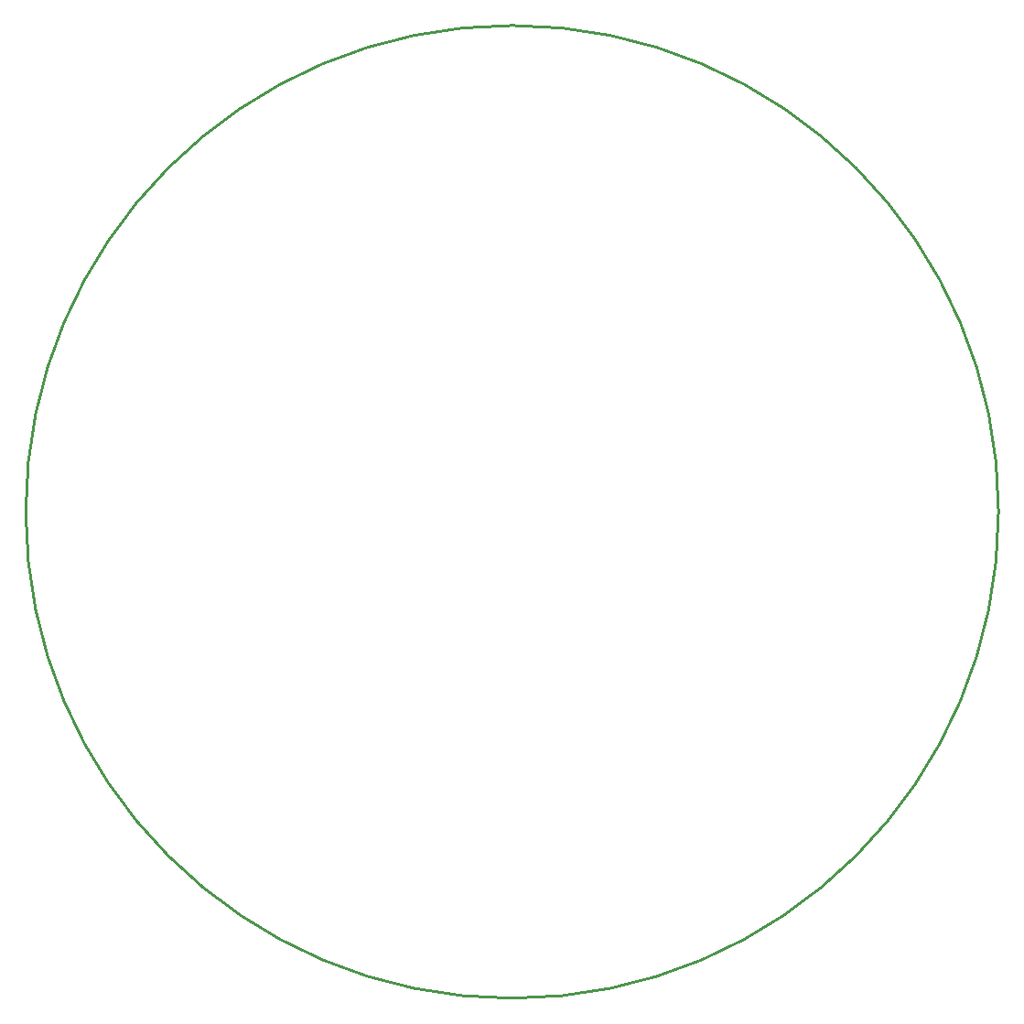
<source format=gko>
G04 ---------------------------- Layer name :KeepOutLayer *
G04 easyEDA 0.1*
G04 Scale: 100 percent, Rotated: No, Reflected: No *
G04 Dimensions in inches *
G04 leading zeros omitted , absolute positions ,2 integer and 4 * 
%FSLAX24Y24*%
%MOIN*%
G90*
G70D02*

%ADD10C,0.010000*%
G54D10*
G75*
G01X10Y17672D02*
G02X35443Y17672I17717J0D01*
G01*
G75*
G01X35443Y17672D02*
G02X10Y17672I-17716J0D01*
G01*

%LPD*%

M00*
M02*
</source>
